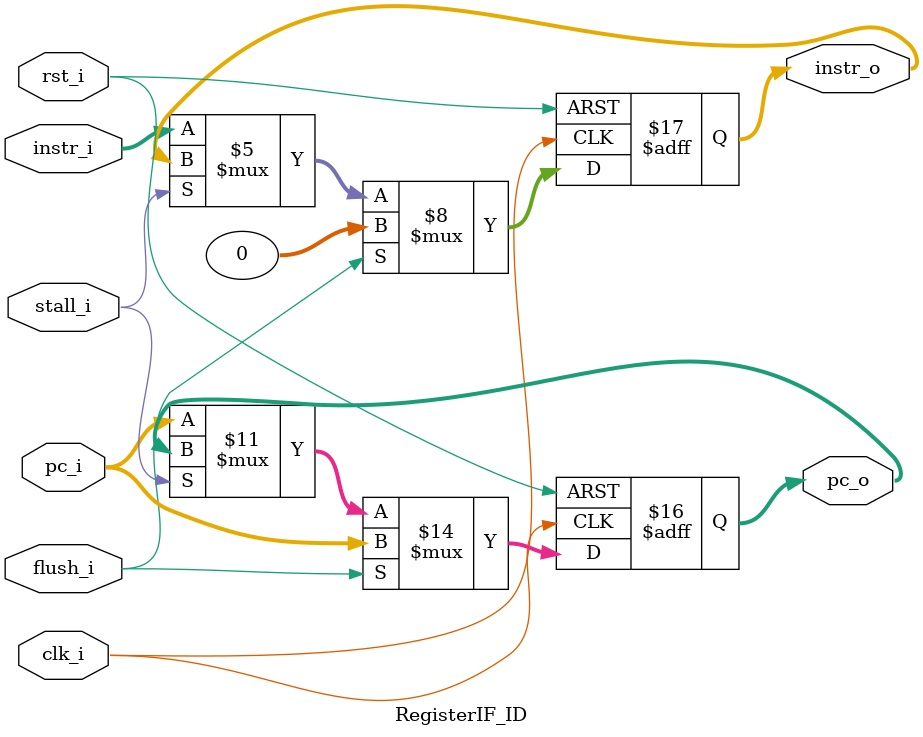
<source format=v>
module RegisterIF_ID (
 	clk_i      ,
    rst_i,
    pc_i       ,
    instr_i    ,
    stall_i    ,
    flush_i    ,
    pc_o 	   ,
    instr_o   
);

input 				clk_i, stall_i, flush_i;
input rst_i;
input   [31:0]      pc_i;
input	[31:0] 		instr_i;

output reg  [31:0]      pc_o;
output reg	[31:0] 		instr_o;

always @(posedge clk_i or posedge rst_i) begin
    if(rst_i) begin
        pc_o <= 32'b0;
        instr_o <= 32'b0;
    end  
    else begin
        if (flush_i == 1'b1) begin
            pc_o <= pc_i;
            instr_o <= 32'b0;
        end
        else if (stall_i == 1'b1) begin
            pc_o <= pc_o;
            instr_o <= instr_o;
        end
        else begin
            pc_o <= pc_i;
            instr_o <= instr_i;
        end
    end
end
endmodule
</source>
